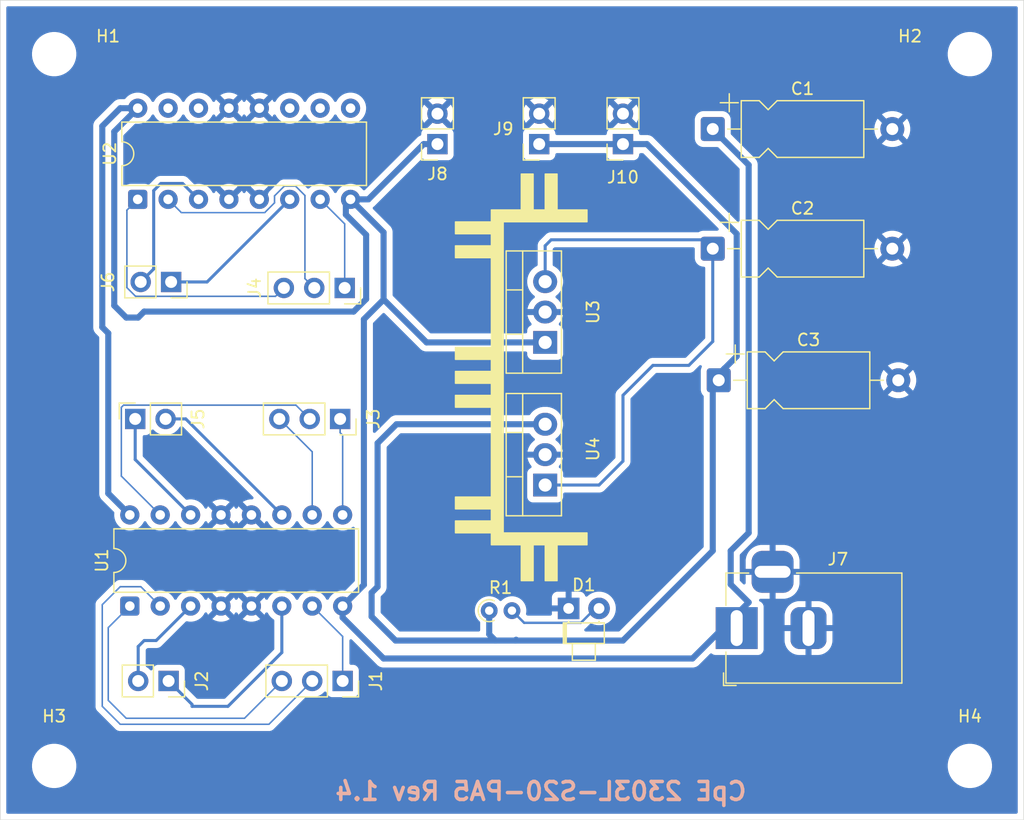
<source format=kicad_pcb>
(kicad_pcb (version 20241229) (generator "pcbnew") (generator_version "9.0")
  (title_block (title "Power Supply + Motor Driver with Track Widths + Heatsinks") (date "2025-07-29") (rev "4") (company "Arnold Joseph C. Najera Jr."))
  (layers (0 "F.Cu" signal) (2 "B.Cu" signal) (13 "F.Paste" user) (15 "B.Paste" user) (5 "F.SilkS" user "F.Silkscreen") (7 "B.SilkS" user "B.Silkscreen") (1 "F.Mask" user) (3 "B.Mask" user) (25 "Edge.Cuts" user))
  (net 0 "")
  (net 1 "/MotorDriver/+11.1V")
  (net 2 "GND")
  (net 3 "Net-(U3-VO)")
  (net 4 "/PowerSupply/5V")
  (net 5 "Net-(D1-A)")
  (net 6 "/MotorDriver/FDIRECTION1")
  (net 7 "/MotorDriver/PWM1")
  (net 8 "/MotorDriver/BDIRECTION1")
  (net 9 "/MotorDriver/MOTOR1B")
  (net 10 "/MotorDriver/MOTOR1A")
  (net 11 "/MotorDriver/PWM2")
  (net 12 "/MotorDriver/BDIRECTION2")
  (net 13 "/MotorDriver/FDIRECTION2")
  (net 14 "/MotorDriver/MOTOR2B")
  (net 15 "/MotorDriver/MOTOR2A")
  (net 16 "/MotorDriver/FDIRECTION3")
  (net 17 "/MotorDriver/PWM3")
  (net 18 "/MotorDriver/BDIRECTION3")
  (net 19 "/MotorDriver/MOTOR3B")
  (net 20 "/MotorDriver/MOTOR3A")
  (footprint "Connector_PinSocket_2.54mm:PinSocket_1x03_P2.54mm_Vertical" (layer "F.Cu") (at 127.25 90.525 -90)
    (property "Reference" "J4" (at 0 7.525 90) (layer "F.SilkS"))
    (property "Value" "Conn_01x03")
    (fp_line (start -1.33 6.41) (end 1.33 6.41) (stroke (width 0.12)) (layer "F.SilkS"))
    (fp_line (start -1.33 1.27) (end -1.33 6.41) (stroke (width 0.12)) (layer "F.SilkS"))
    (fp_line (start -1.33 1.27) (end 1.33 1.27) (stroke (width 0.12)) (layer "F.SilkS"))
    (fp_line (start 1.33 1.27) (end 1.33 6.41) (stroke (width 0.12)) (layer "F.SilkS"))
    (fp_line (start 0 -1.33) (end 1.33 -1.33) (stroke (width 0.12)) (layer "F.SilkS"))
    (fp_line (start 1.33 -1.33) (end 1.33 0) (stroke (width 0.12)) (layer "F.SilkS"))
    (pad "1" thru_hole rect (at 0 0 270) (size 1.7 1.7) (drill 1) (layers "*.Cu" "*.Mask") (net 18 "/MotorDriver/BDIRECTION3"))
    (pad "2" thru_hole circle (at 0 2.54 270) (size 1.7 1.7) (drill 1) (layers "*.Cu" "*.Mask") (net 16 "/MotorDriver/FDIRECTION3"))
    (pad "3" thru_hole circle (at 0 5.08 270) (size 1.7 1.7) (drill 1) (layers "*.Cu" "*.Mask") (net 17 "/MotorDriver/PWM3"))
  )
  (footprint "Package_TO_SOT_THT:TO-220-3_Vertical" (layer "F.Cu") (at 144 95.08 90)
    (property "Reference" "U3" (at 2.54 4 90) (layer "F.SilkS"))
    (property "Value" "LM7809_TO220")
    (fp_line (start 7.65 -3.26) (end 7.65 1.36) (stroke (width 0.12)) (layer "F.SilkS"))
    (fp_line (start 4.39 -3.26) (end 4.39 -1.88) (stroke (width 0.12)) (layer "F.SilkS"))
    (fp_line (start 0.69 -3.26) (end 0.69 -1.88) (stroke (width 0.12)) (layer "F.SilkS"))
    (fp_line (start -2.57 -3.26) (end 7.65 -3.26) (stroke (width 0.12)) (layer "F.SilkS"))
    (fp_line (start -2.57 -3.26) (end -2.57 1.36) (stroke (width 0.12)) (layer "F.SilkS"))
    (fp_line (start -2.57 -1.88) (end 7.65 -1.88) (stroke (width 0.12)) (layer "F.SilkS"))
    (fp_line (start -2.57 1.36) (end 7.65 1.36) (stroke (width 0.12)) (layer "F.SilkS"))
    (pad "1" thru_hole rect (at 0 0 90) (size 1.905 2) (drill 1.1) (layers "*.Cu" "*.Mask") (net 1 "/MotorDriver/+11.1V"))
    (pad "2" thru_hole oval (at 2.54 0 90) (size 1.905 2) (drill 1.1) (layers "*.Cu" "*.Mask") (net 2 "GND"))
    (pad "3" thru_hole oval (at 5.08 0 90) (size 1.905 2) (drill 1.1) (layers "*.Cu" "*.Mask") (net 3 "Net-(U3-VO)"))
  )
  (footprint "Connector_PinSocket_2.54mm:PinSocket_1x03_P2.54mm_Vertical" (layer "F.Cu") (at 126.87 101.475 -90)
    (property "Reference" "J3" (at 0 -2.77 90) (layer "F.SilkS"))
    (property "Value" "Conn_01x03")
    (fp_line (start -1.33 6.41) (end 1.33 6.41) (stroke (width 0.12)) (layer "F.SilkS"))
    (fp_line (start -1.33 1.27) (end -1.33 6.41) (stroke (width 0.12)) (layer "F.SilkS"))
    (fp_line (start -1.33 1.27) (end 1.33 1.27) (stroke (width 0.12)) (layer "F.SilkS"))
    (fp_line (start 1.33 1.27) (end 1.33 6.41) (stroke (width 0.12)) (layer "F.SilkS"))
    (fp_line (start 0 -1.33) (end 1.33 -1.33) (stroke (width 0.12)) (layer "F.SilkS"))
    (fp_line (start 1.33 -1.33) (end 1.33 0) (stroke (width 0.12)) (layer "F.SilkS"))
    (pad "1" thru_hole rect (at 0 0 270) (size 1.7 1.7) (drill 1) (layers "*.Cu" "*.Mask") (net 11 "/MotorDriver/PWM2"))
    (pad "2" thru_hole circle (at 0 2.54 270) (size 1.7 1.7) (drill 1) (layers "*.Cu" "*.Mask") (net 13 "/MotorDriver/FDIRECTION2"))
    (pad "3" thru_hole circle (at 0 5.08 270) (size 1.7 1.7) (drill 1) (layers "*.Cu" "*.Mask") (net 12 "/MotorDriver/BDIRECTION2"))
  )
  (footprint "Package_TO_SOT_THT:TO-220-3_Vertical" (layer "F.Cu") (at 144 107 90)
    (property "Reference" "U4" (at 3 4 90) (layer "F.SilkS"))
    (property "Value" "LM7805_TO220")
    (fp_line (start 7.65 -3.26) (end 7.65 1.36) (stroke (width 0.12)) (layer "F.SilkS"))
    (fp_line (start 4.39 -3.26) (end 4.39 -1.88) (stroke (width 0.12)) (layer "F.SilkS"))
    (fp_line (start 0.69 -3.26) (end 0.69 -1.88) (stroke (width 0.12)) (layer "F.SilkS"))
    (fp_line (start -2.57 -3.26) (end 7.65 -3.26) (stroke (width 0.12)) (layer "F.SilkS"))
    (fp_line (start -2.57 -3.26) (end -2.57 1.36) (stroke (width 0.12)) (layer "F.SilkS"))
    (fp_line (start -2.57 -1.88) (end 7.65 -1.88) (stroke (width 0.12)) (layer "F.SilkS"))
    (fp_line (start -2.57 1.36) (end 7.65 1.36) (stroke (width 0.12)) (layer "F.SilkS"))
    (pad "1" thru_hole rect (at 0 0 90) (size 1.905 2) (drill 1.1) (layers "*.Cu" "*.Mask") (net 3 "Net-(U3-VO)"))
    (pad "2" thru_hole oval (at 2.54 0 90) (size 1.905 2) (drill 1.1) (layers "*.Cu" "*.Mask") (net 2 "GND"))
    (pad "3" thru_hole oval (at 5.08 0 90) (size 1.905 2) (drill 1.1) (layers "*.Cu" "*.Mask") (net 4 "/PowerSupply/5V"))
  )
  (footprint "Package_DIP:DIP-16_W7.62mm" (layer "F.Cu") (at 109.3 117.12 90)
    (property "Reference" "U1" (at 3.81 -2.33 90) (layer "F.SilkS"))
    (property "Value" "L293D")
    (fp_line (start 6.46 -1.33) (end 4.81 -1.33) (stroke (width 0.12)) (layer "F.SilkS"))
    (fp_line (start 2.81 -1.33) (end 1.16 -1.33) (stroke (width 0.12)) (layer "F.SilkS"))
    (fp_line (start 1.16 -1.33) (end 1.16 19.11) (stroke (width 0.12)) (layer "F.SilkS"))
    (fp_line (start 6.46 19.11) (end 6.46 -1.33) (stroke (width 0.12)) (layer "F.SilkS"))
    (fp_line (start 1.16 19.11) (end 6.46 19.11) (stroke (width 0.12)) (layer "F.SilkS"))
    (fp_arc (start 4.81 -1.33) (mid 3.81 -0.33) (end 2.81 -1.33) (stroke (width 0.12)) (layer "F.SilkS"))
    (pad "1" thru_hole roundrect (at 0 0 90) (size 1.6 1.6) (drill 0.8) (layers "*.Cu" "*.Mask") (roundrect_rratio 0.15625) (net 7 "/MotorDriver/PWM1"))
    (pad "2" thru_hole circle (at 0 2.54 90) (size 1.6 1.6) (drill 0.8) (layers "*.Cu" "*.Mask") (net 6 "/MotorDriver/FDIRECTION1"))
    (pad "3" thru_hole circle (at 0 5.08 90) (size 1.6 1.6) (drill 0.8) (layers "*.Cu" "*.Mask") (net 10 "/MotorDriver/MOTOR1A"))
    (pad "4" thru_hole circle (at 0 7.62 90) (size 1.6 1.6) (drill 0.8) (layers "*.Cu" "*.Mask") (net 2 "GND"))
    (pad "5" thru_hole circle (at 0 10.16 90) (size 1.6 1.6) (drill 0.8) (layers "*.Cu" "*.Mask") (net 2 "GND"))
    (pad "6" thru_hole circle (at 0 12.7 90) (size 1.6 1.6) (drill 0.8) (layers "*.Cu" "*.Mask") (net 9 "/MotorDriver/MOTOR1B"))
    (pad "7" thru_hole circle (at 0 15.24 90) (size 1.6 1.6) (drill 0.8) (layers "*.Cu" "*.Mask") (net 8 "/MotorDriver/BDIRECTION1"))
    (pad "8" thru_hole circle (at 0 17.78 90) (size 1.6 1.6) (drill 0.8) (layers "*.Cu" "*.Mask") (net 1 "/MotorDriver/+11.1V"))
    (pad "9" thru_hole circle (at 7.62 17.78 90) (size 1.6 1.6) (drill 0.8) (layers "*.Cu" "*.Mask") (net 11 "/MotorDriver/PWM2"))
    (pad "10" thru_hole circle (at 7.62 15.24 90) (size 1.6 1.6) (drill 0.8) (layers "*.Cu" "*.Mask") (net 12 "/MotorDriver/BDIRECTION2"))
    (pad "11" thru_hole circle (at 7.62 12.7 90) (size 1.6 1.6) (drill 0.8) (layers "*.Cu" "*.Mask") (net 14 "/MotorDriver/MOTOR2B"))
    (pad "12" thru_hole circle (at 7.62 10.16 90) (size 1.6 1.6) (drill 0.8) (layers "*.Cu" "*.Mask") (net 2 "GND"))
    (pad "13" thru_hole circle (at 7.62 7.62 90) (size 1.6 1.6) (drill 0.8) (layers "*.Cu" "*.Mask") (net 2 "GND"))
    (pad "14" thru_hole circle (at 7.62 5.08 90) (size 1.6 1.6) (drill 0.8) (layers "*.Cu" "*.Mask") (net 15 "/MotorDriver/MOTOR2A"))
    (pad "15" thru_hole circle (at 7.62 2.54 90) (size 1.6 1.6) (drill 0.8) (layers "*.Cu" "*.Mask") (net 13 "/MotorDriver/FDIRECTION2"))
    (pad "16" thru_hole circle (at 7.62 0 90) (size 1.6 1.6) (drill 0.8) (layers "*.Cu" "*.Mask") (net 1 "/MotorDriver/+11.1V"))
  )
  (footprint "Connector_PinSocket_2.54mm:PinSocket_1x02_P2.54mm_Vertical" (layer "F.Cu") (at 112.54 123.38 -90)
    (property "Reference" "J2" (at 0 -2.77 90) (layer "F.SilkS"))
    (property "Value" "Conn_01x02")
    (fp_line (start -1.33 3.87) (end 1.33 3.87) (stroke (width 0.12)) (layer "F.SilkS"))
    (fp_line (start -1.33 1.27) (end -1.33 3.87) (stroke (width 0.12)) (layer "F.SilkS"))
    (fp_line (start -1.33 1.27) (end 1.33 1.27) (stroke (width 0.12)) (layer "F.SilkS"))
    (fp_line (start 1.33 1.27) (end 1.33 3.87) (stroke (width 0.12)) (layer "F.SilkS"))
    (fp_line (start 0 -1.33) (end 1.33 -1.33) (stroke (width 0.12)) (layer "F.SilkS"))
    (fp_line (start 1.33 -1.33) (end 1.33 0) (stroke (width 0.12)) (layer "F.SilkS"))
    (pad "1" thru_hole rect (at 0 0 270) (size 1.7 1.7) (drill 1) (layers "*.Cu" "*.Mask") (net 9 "/MotorDriver/MOTOR1B"))
    (pad "2" thru_hole circle (at 0 2.54 270) (size 1.7 1.7) (drill 1) (layers "*.Cu" "*.Mask") (net 10 "/MotorDriver/MOTOR1A"))
  )
  (footprint "MountingHole:MountingHole_3.2mm_M3" (layer "F.Cu") (at 102.98 70.98)
    (property "Reference" "H1" (at 4.5 -1.5 0) (layer "F.SilkS"))
    (property "Value" "MountingHole")
    (pad "" np_thru_hole circle (at 0 0) (size 3.2 3.2) (drill 3.2) (layers "*.Cu" "*.Mask"))
  )
  (footprint "Package_DIP:DIP-16_W7.62mm" (layer "F.Cu") (at 109.96 83.12 90)
    (property "Reference" "U2" (at 3.81 -2.33 90) (layer "F.SilkS"))
    (property "Value" "L293D")
    (fp_line (start 6.46 -1.33) (end 4.81 -1.33) (stroke (width 0.12)) (layer "F.SilkS"))
    (fp_line (start 2.81 -1.33) (end 1.16 -1.33) (stroke (width 0.12)) (layer "F.SilkS"))
    (fp_line (start 1.16 -1.33) (end 1.16 19.11) (stroke (width 0.12)) (layer "F.SilkS"))
    (fp_line (start 6.46 19.11) (end 6.46 -1.33) (stroke (width 0.12)) (layer "F.SilkS"))
    (fp_line (start 1.16 19.11) (end 6.46 19.11) (stroke (width 0.12)) (layer "F.SilkS"))
    (fp_arc (start 4.81 -1.33) (mid 3.81 -0.33) (end 2.81 -1.33) (stroke (width 0.12)) (layer "F.SilkS"))
    (pad "1" thru_hole roundrect (at 0 0 90) (size 1.6 1.6) (drill 0.8) (layers "*.Cu" "*.Mask") (roundrect_rratio 0.15625) (net 17 "/MotorDriver/PWM3"))
    (pad "2" thru_hole circle (at 0 2.54 90) (size 1.6 1.6) (drill 0.8) (layers "*.Cu" "*.Mask") (net 16 "/MotorDriver/FDIRECTION3"))
    (pad "3" thru_hole circle (at 0 5.08 90) (size 1.6 1.6) (drill 0.8) (layers "*.Cu" "*.Mask") (net 20 "/MotorDriver/MOTOR3A"))
    (pad "4" thru_hole circle (at 0 7.62 90) (size 1.6 1.6) (drill 0.8) (layers "*.Cu" "*.Mask") (net 2 "GND"))
    (pad "5" thru_hole circle (at 0 10.16 90) (size 1.6 1.6) (drill 0.8) (layers "*.Cu" "*.Mask") (net 2 "GND"))
    (pad "6" thru_hole circle (at 0 12.7 90) (size 1.6 1.6) (drill 0.8) (layers "*.Cu" "*.Mask") (net 19 "/MotorDriver/MOTOR3B"))
    (pad "7" thru_hole circle (at 0 15.24 90) (size 1.6 1.6) (drill 0.8) (layers "*.Cu" "*.Mask") (net 18 "/MotorDriver/BDIRECTION3"))
    (pad "8" thru_hole circle (at 0 17.78 90) (size 1.6 1.6) (drill 0.8) (layers "*.Cu" "*.Mask") (net 1 "/MotorDriver/+11.1V"))
    (pad "9" thru_hole circle (at 7.62 17.78 90) (size 1.6 1.6) (drill 0.8) (layers "*.Cu" "*.Mask"))
    (pad "10" thru_hole circle (at 7.62 15.24 90) (size 1.6 1.6) (drill 0.8) (layers "*.Cu" "*.Mask"))
    (pad "11" thru_hole circle (at 7.62 12.7 90) (size 1.6 1.6) (drill 0.8) (layers "*.Cu" "*.Mask"))
    (pad "12" thru_hole circle (at 7.62 10.16 90) (size 1.6 1.6) (drill 0.8) (layers "*.Cu" "*.Mask") (net 2 "GND"))
    (pad "13" thru_hole circle (at 7.62 7.62 90) (size 1.6 1.6) (drill 0.8) (layers "*.Cu" "*.Mask") (net 2 "GND"))
    (pad "14" thru_hole circle (at 7.62 5.08 90) (size 1.6 1.6) (drill 0.8) (layers "*.Cu" "*.Mask"))
    (pad "15" thru_hole circle (at 7.62 2.54 90) (size 1.6 1.6) (drill 0.8) (layers "*.Cu" "*.Mask"))
    (pad "16" thru_hole circle (at 7.62 0 90) (size 1.6 1.6) (drill 0.8) (layers "*.Cu" "*.Mask") (net 1 "/MotorDriver/+11.1V"))
  )
  (footprint "MountingHole:MountingHole_3.2mm_M3" (layer "F.Cu") (at 102.98 130.48)
    (property "Reference" "H3" (at 0 -4.15 0) (layer "F.SilkS"))
    (property "Value" "MountingHole")
    (pad "" np_thru_hole circle (at 0 0) (size 3.2 3.2) (drill 3.2) (layers "*.Cu" "*.Mask"))
  )
  (footprint "Connector_PinSocket_2.54mm:PinSocket_1x02_P2.54mm_Vertical" (layer "F.Cu") (at 109.75 101.475 90)
    (property "Reference" "J5" (at 0 5.25 90) (layer "F.SilkS"))
    (property "Value" "Conn_01x02")
    (fp_line (start 1.33 -1.33) (end 1.33 0) (stroke (width 0.12)) (layer "F.SilkS"))
    (fp_line (start 0 -1.33) (end 1.33 -1.33) (stroke (width 0.12)) (layer "F.SilkS"))
    (fp_line (start 1.33 1.27) (end 1.33 3.87) (stroke (width 0.12)) (layer "F.SilkS"))
    (fp_line (start -1.33 1.27) (end 1.33 1.27) (stroke (width 0.12)) (layer "F.SilkS"))
    (fp_line (start -1.33 1.27) (end -1.33 3.87) (stroke (width 0.12)) (layer "F.SilkS"))
    (fp_line (start -1.33 3.87) (end 1.33 3.87) (stroke (width 0.12)) (layer "F.SilkS"))
    (pad "1" thru_hole rect (at 0 0 90) (size 1.7 1.7) (drill 1) (layers "*.Cu" "*.Mask") (net 15 "/MotorDriver/MOTOR2A"))
    (pad "2" thru_hole circle (at 0 2.54 90) (size 1.7 1.7) (drill 1) (layers "*.Cu" "*.Mask") (net 14 "/MotorDriver/MOTOR2B"))
  )
  (footprint "Connector_BarrelJack:BarrelJack_Horizontal" (layer "F.Cu") (at 160 118.9575 180)
    (property "Reference" "J7" (at -8.45 5.75 0) (layer "F.SilkS"))
    (property "Value" "Barrel_Jack_Switch")
    (fp_line (start 1.1 -3.75) (end 1.1 -4.8) (stroke (width 0.12)) (layer "F.SilkS"))
    (fp_line (start 0.9 4.6) (end -1 4.6) (stroke (width 0.12)) (layer "F.SilkS"))
    (fp_line (start 0.9 1.9) (end 0.9 4.6) (stroke (width 0.12)) (layer "F.SilkS"))
    (fp_line (start 0.9 -4.6) (end 0.9 -2) (stroke (width 0.12)) (layer "F.SilkS"))
    (fp_line (start 0.05 -4.8) (end 1.1 -4.8) (stroke (width 0.12)) (layer "F.SilkS"))
    (fp_line (start -5 4.6) (end -13.8 4.6) (stroke (width 0.12)) (layer "F.SilkS"))
    (fp_line (start -13.8 4.6) (end -13.8 -4.6) (stroke (width 0.12)) (layer "F.SilkS"))
    (fp_line (start -13.8 -4.6) (end 0.9 -4.6) (stroke (width 0.12)) (layer "F.SilkS"))
    (pad "1" thru_hole rect (at 0 0 180) (size 3.5 3.5) (drill oval 1 3) (layers "*.Cu" "*.Mask") (net 1 "/MotorDriver/+11.1V"))
    (pad "2" thru_hole roundrect (at -6 0 180) (size 3 3.5) (drill oval 1 3) (layers "*.Cu" "*.Mask") (net 2 "GND"))
    (pad "3" thru_hole roundrect (at -3 4.7 180) (size 3.5 3.5) (drill oval 3 1) (layers "*.Cu" "*.Mask") (net 2 "GND"))
  )
  (footprint "Connector_PinSocket_2.54mm:PinSocket_1x02_P2.54mm_Vertical" (layer "F.Cu") (at 112.75 90.025 -90)
    (property "Reference" "J6" (at 0 5.275 90) (layer "F.SilkS"))
    (property "Value" "Conn_01x02")
    (fp_line (start -1.33 3.87) (end 1.33 3.87) (stroke (width 0.12)) (layer "F.SilkS"))
    (fp_line (start -1.33 1.27) (end -1.33 3.87) (stroke (width 0.12)) (layer "F.SilkS"))
    (fp_line (start -1.33 1.27) (end 1.33 1.27) (stroke (width 0.12)) (layer "F.SilkS"))
    (fp_line (start 1.33 1.27) (end 1.33 3.87) (stroke (width 0.12)) (layer "F.SilkS"))
    (fp_line (start 0 -1.33) (end 1.33 -1.33) (stroke (width 0.12)) (layer "F.SilkS"))
    (fp_line (start 1.33 -1.33) (end 1.33 0) (stroke (width 0.12)) (layer "F.SilkS"))
    (pad "1" thru_hole rect (at 0 0 270) (size 1.7 1.7) (drill 1) (layers "*.Cu" "*.Mask") (net 19 "/MotorDriver/MOTOR3B"))
    (pad "2" thru_hole circle (at 0 2.54 270) (size 1.7 1.7) (drill 1) (layers "*.Cu" "*.Mask") (net 20 "/MotorDriver/MOTOR3A"))
  )
  (footprint "LED_THT:LED_D1.8mm_W1.8mm_H2.4mm_Horizontal_O1.27mm_Z1.6mm" (layer "F.Cu") (at 145.96 117.315)
    (property "Reference" "D1" (at 1.27 -1.96 0) (layer "F.SilkS"))
    (property "Value" "LED")
    (fp_line (start -0.44 1.21) (end -0.44 2.93) (stroke (width 0.12)) (layer "F.SilkS"))
    (fp_line (start -0.44 2.93) (end 2.98 2.93) (stroke (width 0.12)) (layer "F.SilkS"))
    (fp_line (start -0.32 1.21) (end -0.32 2.93) (stroke (width 0.12)) (layer "F.SilkS"))
    (fp_line (start -0.2 1.21) (end -0.2 2.93) (stroke (width 0.12)) (layer "F.SilkS"))
    (fp_line (start 0 1.08) (end 0 1.08) (stroke (width 0.12)) (layer "F.SilkS"))
    (fp_line (start 0 1.08) (end 0 1.21) (stroke (width 0.12)) (layer "F.SilkS"))
    (fp_line (start 0 1.21) (end 0 1.08) (stroke (width 0.12)) (layer "F.SilkS"))
    (fp_line (start 0 1.21) (end 0 1.21) (stroke (width 0.12)) (layer "F.SilkS"))
    (fp_line (start 0.31 2.93) (end 0.31 4.33) (stroke (width 0.12)) (layer "F.SilkS"))
    (fp_line (start 0.31 4.33) (end 2.23 4.33) (stroke (width 0.12)) (layer "F.SilkS"))
    (fp_line (start 2.23 2.93) (end 0.31 2.93) (stroke (width 0.12)) (layer "F.SilkS"))
    (fp_line (start 2.23 4.33) (end 2.23 2.93) (stroke (width 0.12)) (layer "F.SilkS"))
    (fp_line (start 2.54 1.08) (end 2.54 1.08) (stroke (width 0.12)) (layer "F.SilkS"))
    (fp_line (start 2.54 1.08) (end 2.54 1.21) (stroke (width 0.12)) (layer "F.SilkS"))
    (fp_line (start 2.54 1.21) (end 2.54 1.08) (stroke (width 0.12)) (layer "F.SilkS"))
    (fp_line (start 2.54 1.21) (end 2.54 1.21) (stroke (width 0.12)) (layer "F.SilkS"))
    (fp_line (start 2.98 1.21) (end -0.44 1.21) (stroke (width 0.12)) (layer "F.SilkS"))
    (fp_line (start 2.98 2.93) (end 2.98 1.21) (stroke (width 0.12)) (layer "F.SilkS"))
    (pad "1" thru_hole rect (at 0 0) (size 1.8 1.8) (drill 0.9) (layers "*.Cu" "*.Mask") (net 2 "GND"))
    (pad "2" thru_hole circle (at 2.54 0) (size 1.8 1.8) (drill 0.9) (layers "*.Cu" "*.Mask") (net 5 "Net-(D1-A)"))
  )
  (footprint "Connector_PinSocket_2.54mm:PinSocket_1x02_P2.54mm_Vertical" (layer "F.Cu") (at 143.5 78.5 180)
    (property "Reference" "J9" (at 3 1.27 0) (layer "F.SilkS"))
    (property "Value" "Conn_01x02")
    (fp_line (start 1.33 1.27) (end 1.33 3.87) (stroke (width 0.12)) (layer "F.SilkS"))
    (fp_line (start 1.33 -1.33) (end 1.33 0) (stroke (width 0.12)) (layer "F.SilkS"))
    (fp_line (start 0 -1.33) (end 1.33 -1.33) (stroke (width 0.12)) (layer "F.SilkS"))
    (fp_line (start -1.33 3.87) (end 1.33 3.87) (stroke (width 0.12)) (layer "F.SilkS"))
    (fp_line (start -1.33 1.27) (end 1.33 1.27) (stroke (width 0.12)) (layer "F.SilkS"))
    (fp_line (start -1.33 1.27) (end -1.33 3.87) (stroke (width 0.12)) (layer "F.SilkS"))
    (pad "1" thru_hole rect (at 0 0 180) (size 1.7 1.7) (drill 1) (layers "*.Cu" "*.Mask") (net 4 "/PowerSupply/5V"))
    (pad "2" thru_hole circle (at 0 2.54 180) (size 1.7 1.7) (drill 1) (layers "*.Cu" "*.Mask") (net 2 "GND"))
  )
  (footprint "Resistor_THT:R_Axial_DIN0204_L3.6mm_D1.6mm_P1.90mm_Vertical" (layer "F.Cu") (at 139.325 117.5)
    (property "Reference" "R1" (at 0.95 -1.92 0) (layer "F.SilkS"))
    (property "Value" "180")
    (fp_arc (start 0.417133 0.82) (mid -0.92 0) (end 0.417133 -0.82) (stroke (width 0.12)) (layer "F.SilkS"))
    (pad "1" thru_hole circle (at 0 0) (size 1.4 1.4) (drill 0.7) (layers "*.Cu" "*.Mask") (net 4 "/PowerSupply/5V"))
    (pad "2" thru_hole circle (at 1.9 0) (size 1.4 1.4) (drill 0.7) (layers "*.Cu" "*.Mask") (net 5 "Net-(D1-A)"))
  )
  (footprint "MyLibrary:HEATSINKUS-V" (layer "F.Cu") (at 147.5 98 90)
    (property "Reference" "U5" (hide yes))
    (property "Value" "~" (hide yes))
    (fp_poly (pts (xy 14 0) (xy 13 0) (xy 13 -7) (xy -13 -7) (xy -13 0) (xy -14 0) (xy -14 -2.5) (xy -17 -2.5) (xy -17 -3.5) (xy -14 -3.5) (xy -14 -4.5) (xy -17 -4.5) (xy -17 -5.5) (xy -14 -5.5) (xy -14 -8) (xy -13 -8) (xy -13 -11) (xy -12 -11) (xy -12 -8) (xy -11 -8) (xy -11 -11) (xy -10 -11) (xy -10 -8) (xy -2.5 -8) (xy -2.5 -11) (xy -1.5 -11) (xy -1.5 -8) (xy -0.5 -8) (xy -0.5 -11) (xy 0.5 -11) (xy 0.5 -8) (xy 1.5 -8) (xy 1.5 -11) (xy 2.5 -11) (xy 2.5 -8) (xy 10 -8) (xy 10 -11) (xy 11 -11) (xy 11 -8) (xy 12 -8) (xy 12 -11) (xy 13 -11) (xy 13 -8) (xy 14 -8) (xy 14 -5.5) (xy 17 -5.5) (xy 17 -4.5) (xy 14 -4.5) (xy 14 -3.5) (xy 17 -3.5) (xy 17 -2.5) (xy 14 -2.5)) (stroke (width 0.1)) (fill yes) (layer "F.SilkS"))
  )
  (footprint "Capacitor_THT:CP_Axial_L10.0mm_D4.5mm_P15.00mm_Horizontal" (layer "F.Cu") (at 158 87.2425)
    (property "Reference" "C2" (at 7.5 -3.37 0) (layer "F.SilkS"))
    (property "Value" "0.1uF")
    (fp_line (start 0.63 -2.2) (end 2.13 -2.2) (stroke (width 0.12)) (layer "F.SilkS"))
    (fp_line (start 1.24 0) (end 2.38 0) (stroke (width 0.12)) (layer "F.SilkS"))
    (fp_line (start 1.38 -2.95) (end 1.38 -1.45) (stroke (width 0.12)) (layer "F.SilkS"))
    (fp_line (start 2.38 -2.37) (end 2.38 2.37) (stroke (width 0.12)) (layer "F.SilkS"))
    (fp_line (start 2.38 -2.37) (end 3.88 -2.37) (stroke (width 0.12)) (layer "F.SilkS"))
    (fp_line (start 2.38 2.37) (end 3.88 2.37) (stroke (width 0.12)) (layer "F.SilkS"))
    (fp_line (start 3.88 -2.37) (end 4.63 -1.62) (stroke (width 0.12)) (layer "F.SilkS"))
    (fp_line (start 3.88 2.37) (end 4.63 1.62) (stroke (width 0.12)) (layer "F.SilkS"))
    (fp_line (start 4.63 -1.62) (end 5.38 -2.37) (stroke (width 0.12)) (layer "F.SilkS"))
    (fp_line (start 4.63 1.62) (end 5.38 2.37) (stroke (width 0.12)) (layer "F.SilkS"))
    (fp_line (start 5.38 -2.37) (end 12.62 -2.37) (stroke (width 0.12)) (layer "F.SilkS"))
    (fp_line (start 5.38 2.37) (end 12.62 2.37) (stroke (width 0.12)) (layer "F.SilkS"))
    (fp_line (start 12.62 -2.37) (end 12.62 2.37) (stroke (width 0.12)) (layer "F.SilkS"))
    (fp_line (start 13.76 0) (end 12.62 0) (stroke (width 0.12)) (layer "F.SilkS"))
    (pad "1" thru_hole roundrect (at 0 0) (size 2 2) (drill 1) (layers "*.Cu" "*.Mask") (roundrect_rratio 0.125) (net 3 "Net-(U3-VO)"))
    (pad "2" thru_hole circle (at 15 0) (size 2 2) (drill 1) (layers "*.Cu" "*.Mask") (net 2 "GND"))
  )
  (footprint "Capacitor_THT:CP_Axial_L10.0mm_D4.5mm_P15.00mm_Horizontal" (layer "F.Cu") (at 158.5 98.2425)
    (property "Reference" "C3" (at 7.5 -3.37 0) (layer "F.SilkS"))
    (property "Value" "0.1uF")
    (fp_line (start 0.63 -2.2) (end 2.13 -2.2) (stroke (width 0.12)) (layer "F.SilkS"))
    (fp_line (start 1.24 0) (end 2.38 0) (stroke (width 0.12)) (layer "F.SilkS"))
    (fp_line (start 1.38 -2.95) (end 1.38 -1.45) (stroke (width 0.12)) (layer "F.SilkS"))
    (fp_line (start 2.38 -2.37) (end 2.38 2.37) (stroke (width 0.12)) (layer "F.SilkS"))
    (fp_line (start 2.38 -2.37) (end 3.88 -2.37) (stroke (width 0.12)) (layer "F.SilkS"))
    (fp_line (start 2.38 2.37) (end 3.88 2.37) (stroke (width 0.12)) (layer "F.SilkS"))
    (fp_line (start 3.88 -2.37) (end 4.63 -1.62) (stroke (width 0.12)) (layer "F.SilkS"))
    (fp_line (start 3.88 2.37) (end 4.63 1.62) (stroke (width 0.12)) (layer "F.SilkS"))
    (fp_line (start 4.63 -1.62) (end 5.38 -2.37) (stroke (width 0.12)) (layer "F.SilkS"))
    (fp_line (start 4.63 1.62) (end 5.38 2.37) (stroke (width 0.12)) (layer "F.SilkS"))
    (fp_line (start 5.38 -2.37) (end 12.62 -2.37) (stroke (width 0.12)) (layer "F.SilkS"))
    (fp_line (start 5.38 2.37) (end 12.62 2.37) (stroke (width 0.12)) (layer "F.SilkS"))
    (fp_line (start 12.62 -2.37) (end 12.62 2.37) (stroke (width 0.12)) (layer "F.SilkS"))
    (fp_line (start 13.76 0) (end 12.62 0) (stroke (width 0.12)) (layer "F.SilkS"))
    (pad "1" thru_hole roundrect (at 0 0) (size 2 2) (drill 1) (layers "*.Cu" "*.Mask") (roundrect_rratio 0.125) (net 4 "/PowerSupply/5V"))
    (pad "2" thru_hole circle (at 15 0) (size 2 2) (drill 1) (layers "*.Cu" "*.Mask") (net 2 "GND"))
  )
  (footprint "MountingHole:MountingHole_3.2mm_M3" (layer "F.Cu") (at 179.48 130.48)
    (property "Reference" "H4" (at 0 -4.15 0) (layer "F.SilkS"))
    (property "Value" "MountingHole")
    (pad "" np_thru_hole circle (at 0 0) (size 3.2 3.2) (drill 3.2) (layers "*.Cu" "*.Mask"))
  )
  (footprint "Connector_PinSocket_2.54mm:PinSocket_1x02_P2.54mm_Vertical" (layer "F.Cu") (at 150.5 78.5 180)
    (property "Reference" "J10" (at 0 -2.77 0) (layer "F.SilkS"))
    (property "Value" "Conn_01x02")
    (fp_line (start 1.33 1.27) (end 1.33 3.87) (stroke (width 0.12)) (layer "F.SilkS"))
    (fp_line (start 1.33 -1.33) (end 1.33 0) (stroke (width 0.12)) (layer "F.SilkS"))
    (fp_line (start 0 -1.33) (end 1.33 -1.33) (stroke (width 0.12)) (layer "F.SilkS"))
    (fp_line (start -1.33 3.87) (end 1.33 3.87) (stroke (width 0.12)) (layer "F.SilkS"))
    (fp_line (start -1.33 1.27) (end 1.33 1.27) (stroke (width 0.12)) (layer "F.SilkS"))
    (fp_line (start -1.33 1.27) (end -1.33 3.87) (stroke (width 0.12)) (layer "F.SilkS"))
    (pad "1" thru_hole rect (at 0 0 180) (size 1.7 1.7) (drill 1) (layers "*.Cu" "*.Mask") (net 4 "/PowerSupply/5V"))
    (pad "2" thru_hole circle (at 0 2.54 180) (size 1.7 1.7) (drill 1) (layers "*.Cu" "*.Mask") (net 2 "GND"))
  )
  (footprint "Capacitor_THT:CP_Axial_L10.0mm_D4.5mm_P15.00mm_Horizontal" (layer "F.Cu") (at 158 77.2425)
    (property "Reference" "C1" (at 7.5 -3.37 0) (layer "F.SilkS"))
    (property "Value" "470uF")
    (fp_line (start 0.63 -2.2) (end 2.13 -2.2) (stroke (width 0.12)) (layer "F.SilkS"))
    (fp_line (start 1.24 0) (end 2.38 0) (stroke (width 0.12)) (layer "F.SilkS"))
    (fp_line (start 1.38 -2.95) (end 1.38 -1.45) (stroke (width 0.12)) (layer "F.SilkS"))
    (fp_line (start 2.38 -2.37) (end 2.38 2.37) (stroke (width 0.12)) (layer "F.SilkS"))
    (fp_line (start 2.38 -2.37) (end 3.88 -2.37) (stroke (width 0.12)) (layer "F.SilkS"))
    (fp_line (start 2.38 2.37) (end 3.88 2.37) (stroke (width 0.12)) (layer "F.SilkS"))
    (fp_line (start 3.88 -2.37) (end 4.63 -1.62) (stroke (width 0.12)) (layer "F.SilkS"))
    (fp_line (start 3.88 2.37) (end 4.63 1.62) (stroke (width 0.12)) (layer "F.SilkS"))
    (fp_line (start 4.63 -1.62) (end 5.38 -2.37) (stroke (width 0.12)) (layer "F.SilkS"))
    (fp_line (start 4.63 1.62) (end 5.38 2.37) (stroke (width 0.12)) (layer "F.SilkS"))
    (fp_line (start 5.38 -2.37) (end 12.62 -2.37) (stroke (width 0.12)) (layer "F.SilkS"))
    (fp_line (start 5.38 2.37) (end 12.62 2.37) (stroke (width 0.12)) (layer "F.SilkS"))
    (fp_line (start 12.62 -2.37) (end 12.62 2.37) (stroke (width 0.12)) (layer "F.SilkS"))
    (fp_line (start 13.76 0) (end 12.62 0) (stroke (width 0.12)) (layer "F.SilkS"))
    (pad "1" thru_hole roundrect (at 0 0) (size 2 2) (drill 1) (layers "*.Cu" "*.Mask") (roundrect_rratio 0.125) (net 1 "/MotorDriver/+11.1V"))
    (pad "2" thru_hole circle (at 15 0) (size 2 2) (drill 1) (layers "*.Cu" "*.Mask") (net 2 "GND"))
  )
  (footprint "Connector_PinSocket_2.54mm:PinSocket_1x02_P2.54mm_Vertical" (layer "F.Cu") (at 135 78.5 180)
    (property "Reference" "J8" (at 0 -2.5 0) (layer "F.SilkS"))
    (property "Value" "Conn_01x02")
    (fp_line (start 1.33 1.27) (end 1.33 3.87) (stroke (width 0.12)) (layer "F.SilkS"))
    (fp_line (start 1.33 -1.33) (end 1.33 0) (stroke (width 0.12)) (layer "F.SilkS"))
    (fp_line (start 0 -1.33) (end 1.33 -1.33) (stroke (width 0.12)) (layer "F.SilkS"))
    (fp_line (start -1.33 3.87) (end 1.33 3.87) (stroke (width 0.12)) (layer "F.SilkS"))
    (fp_line (start -1.33 1.27) (end 1.33 1.27) (stroke (width 0.12)) (layer "F.SilkS"))
    (fp_line (start -1.33 1.27) (end -1.33 3.87) (stroke (width 0.12)) (layer "F.SilkS"))
    (pad "1" thru_hole rect (at 0 0 180) (size 1.7 1.7) (drill 1) (layers "*.Cu" "*.Mask") (net 1 "/MotorDriver/+11.1V"))
    (pad "2" thru_hole circle (at 0 2.54 180) (size 1.7 1.7) (drill 1) (layers "*.Cu" "*.Mask") (net 2 "GND"))
  )
  (footprint "Connector_PinSocket_2.54mm:PinSocket_1x03_P2.54mm_Vertical" (layer "F.Cu") (at 127.08 123.38 -90)
    (property "Reference" "J1" (at 0 -2.77 90) (layer "F.SilkS"))
    (property "Value" "Conn_01x03")
    (fp_line (start -1.33 6.41) (end 1.33 6.41) (stroke (width 0.12)) (layer "F.SilkS"))
    (fp_line (start -1.33 1.27) (end -1.33 6.41) (stroke (width 0.12)) (layer "F.SilkS"))
    (fp_line (start -1.33 1.27) (end 1.33 1.27) (stroke (width 0.12)) (layer "F.SilkS"))
    (fp_line (start 1.33 1.27) (end 1.33 6.41) (stroke (width 0.12)) (layer "F.SilkS"))
    (fp_line (start 0 -1.33) (end 1.33 -1.33) (stroke (width 0.12)) (layer "F.SilkS"))
    (fp_line (start 1.33 -1.33) (end 1.33 0) (stroke (width 0.12)) (layer "F.SilkS"))
    (pad "1" thru_hole rect (at 0 0 270) (size 1.7 1.7) (drill 1) (layers "*.Cu" "*.Mask") (net 8 "/MotorDriver/BDIRECTION1"))
    (pad "2" thru_hole circle (at 0 2.54 270) (size 1.7 1.7) (drill 1) (layers "*.Cu" "*.Mask") (net 6 "/MotorDriver/FDIRECTION1"))
    (pad "3" thru_hole circle (at 0 5.08 270) (size 1.7 1.7) (drill 1) (layers "*.Cu" "*.Mask") (net 7 "/MotorDriver/PWM1"))
  )
  (footprint "MountingHole:MountingHole_3.2mm_M3" (layer "F.Cu") (at 179.48 70.98)
    (property "Reference" "H2" (at -5 -1.5 0) (layer "F.SilkS"))
    (property "Value" "MountingHole")
    (pad "" np_thru_hole circle (at 0 0) (size 3.2 3.2) (drill 3.2) (layers "*.Cu" "*.Mask"))
  )
  (gr_rect (start 98.48 66.48) (end 183.98 134.98) (stroke (width 0.05)) (fill no) (layer "Edge.Cuts"))
  (gr_text "CpE 2303L-S20-PA5 Rev 1.4\n" (at 160.98 133.48 0) (layer "B.SilkS") (effects (font (size 1.5 1.5) (thickness 0.3) (bold yes)) (justify left bottom mirror)))
  (segment (start 108 77.46) (end 109.96 75.5) (width 0.508) (layer "B.Cu") (net 1))
  (segment (start 133.848 78.5) (end 129.228 83.12) (width 0.508) (layer "B.Cu") (net 1))
  (segment (start 107.5 107.7) (end 107.5 94.308) (width 0.508) (layer "B.Cu") (net 1))
  (segment (start 130.5 121.5) (end 127.08 118.08) (width 0.508) (layer "B.Cu") (net 1))
  (segment (start 161 111) (end 159.5 112.5) (width 0.508) (layer "B.Cu") (net 1))
  (segment (start 110 93) (end 109 93) (width 0.508) (layer "B.Cu") (net 1))
  (segment (start 129.228 83.12) (end 127.74 83.12) (width 0.508) (layer "B.Cu") (net 1))
  (segment (start 134.424 78.5) (end 133.848 78.5) (width 0.508) (layer "B.Cu") (net 1))
  (segment (start 127.08 117.12) (end 128.855 115.345) (width 0.508) (layer "B.Cu") (net 1))
  (segment (start 109 93) (end 108 92) (width 0.508) (layer "B.Cu") (net 1))
  (segment (start 130.5 91.5) (end 130.5 91.4875) (width 0.508) (layer "B.Cu") (net 1))
  (segment (start 159.5 115.309) (end 161 116.809) (width 0.508) (layer "B.Cu") (net 1))
  (segment (start 159.75 118.059) (end 159.75 118.708) (width 0.508) (layer "B.Cu") (net 1))
  (segment (start 130.5 91.4875) (end 130.5 85.88) (width 0.508) (layer "B.Cu") (net 1))
  (segment (start 128.855 93.1446) (end 130.5 91.5) (width 0.508) (layer "B.Cu") (net 1))
  (segment (start 161 80.2425) (end 161 111) (width 0.508) (layer "B.Cu") (net 1))
  (segment (start 159.75 118.708) (end 160 118.958) (width 0.508) (layer "B.Cu") (net 1))
  (segment (start 129.043 91.457) (end 128 92.5) (width 0.508) (layer "B.Cu") (net 1))
  (segment (start 159.75 118.059) (end 156.309 121.5) (width 0.508) (layer "B.Cu") (net 1))
  (segment (start 127.349 83.5109) (end 127.349 84.3954) (width 0.508) (layer "B.Cu") (net 1))
  (segment (start 129.043 86.0892) (end 129.043 91.457) (width 0.508) (layer "B.Cu") (net 1))
  (segment (start 160 118.9575) (end 160 118.958) (width 0.508) (layer "B.Cu") (net 1))
  (segment (start 108 92) (end 108 77.46) (width 0.508) (layer "B.Cu") (net 1))
  (segment (start 161 116.809) (end 159.75 118.059) (width 0.508) (layer "B.Cu") (net 1))
  (segment (start 134.0925 95.08) (end 130.5 91.4875) (width 0.508) (layer "B.Cu") (net 1))
  (segment (start 107 93.808) (end 107 77) (width 0.508) (layer "B.Cu") (net 1))
  (segment (start 144 95.08) (end 134.0925 95.08) (width 0.508) (layer "B.Cu") (net 1))
  (segment (start 108.5 75.5) (end 109.96 75.5) (width 0.508) (layer "B.Cu") (net 1))
  (segment (start 128.855 115.345) (end 128.855 93.1446) (width 0.508) (layer "B.Cu") (net 1))
  (segment (start 158 77.2425) (end 161 80.2425) (width 0.508) (layer "B.Cu") (net 1))
  (segment (start 110.5 92.5) (end 110 93) (width 0.508) (layer "B.Cu") (net 1))
  (segment (start 107 77) (end 108.5 75.5) (width 0.508) (layer "B.Cu") (net 1))
  (segment (start 107.5 94.308) (end 107 93.808) (width 0.508) (layer "B.Cu") (net 1))
  (segment (start 135 78.5) (end 134.424 79.0758) (width 0.508) (layer "B.Cu") (net 1))
  (segment (start 159.5 112.5) (end 159.5 115.309) (width 0.508) (layer "B.Cu") (net 1))
  (segment (start 156.309 121.5) (end 130.5 121.5) (width 0.508) (layer "B.Cu") (net 1))
  (segment (start 127.349 84.3954) (end 129.043 86.0892) (width 0.508) (layer "B.Cu") (net 1))
  (segment (start 109.3 109.5) (end 107.5 107.7) (width 0.508) (layer "B.Cu") (net 1))
  (segment (start 127.08 118.08) (end 127.08 117.12) (width 0.508) (layer "B.Cu") (net 1))
  (segment (start 130.5 85.88) (end 127.74 83.12) (width 0.508) (layer "B.Cu") (net 1))
  (segment (start 135 78.5) (end 134.424 78.5) (width 0.508) (layer "B.Cu") (net 1))
  (segment (start 128 92.5) (end 110.5 92.5) (width 0.508) (layer "B.Cu") (net 1))
  (segment (start 127.74 83.12) (end 127.349 83.5109) (width 0.508) (layer "B.Cu") (net 1))
  (segment (start 153 97) (end 156 97) (width 0.254) (layer "B.Cu") (net 3))
  (segment (start 150.5 105) (end 150.5 99.5) (width 0.254) (layer "B.Cu") (net 3))
  (segment (start 156 97) (end 158 95) (width 0.254) (layer "B.Cu") (net 3))
  (segment (start 157.2575 86.5) (end 158 87.2425) (width 0.254) (layer "B.Cu") (net 3))
  (segment (start 158 95) (end 158 87.2425) (width 0.254) (layer "B.Cu") (net 3))
  (segment (start 144.5 86.5) (end 157.2575 86.5) (width 0.254) (layer "B.Cu") (net 3))
  (segment (start 144 107) (end 148.5 107) (width 0.254) (layer "B.Cu") (net 3))
  (segment (start 148.5 107) (end 150.5 105) (width 0.254) (layer "B.Cu") (net 3))
  (segment (start 144 90) (end 144 87) (width 0.254) (layer "B.Cu") (net 3))
  (segment (start 150.5 99.5) (end 153 97) (width 0.254) (layer "B.Cu") (net 3))
  (segment (start 144 87) (end 144.5 86.5) (width 0.254) (layer "B.Cu") (net 3))
  (segment (start 150.5 78.5) (end 143.5 78.5) (width 0.508) (layer "B.Cu") (net 4))
  (segment (start 129.5 116) (end 129.5 118) (width 0.508) (layer "B.Cu") (net 4))
  (segment (start 150.5 120) (end 158 112.5) (width 0.508) (layer "B.Cu") (net 4))
  (segment (start 139.325 117.5) (end 139.325 119.4825) (width 0.508) (layer "B.Cu") (net 4))
  (segment (start 160 96.2425) (end 160 86) (width 0.508) (layer "B.Cu") (net 4))
  (segment (start 159 97.2425) (end 158.5 97.7425) (width 0.508) (layer "B.Cu") (net 4))
  (segment (start 158 112.5) (end 158 98.2425) (width 0.508) (layer "B.Cu") (net 4))
  (segment (start 141.5 120) (end 141.57 119.93) (width 0.508) (layer "B.Cu") (net 4))
  (segment (start 159 97.2425) (end 160 96.2425) (width 0.508) (layer "B.Cu") (net 4))
  (segment (start 129.5 118) (end 131.5 120) (width 0.508) (layer "B.Cu") (net 4))
  (segment (start 131.58 101.92) (end 130 103.5) (width 0.508) (layer "B.Cu") (net 4))
  (segment (start 158 98.2425) (end 159 97.2425) (width 0.508) (layer "B.Cu") (net 4))
  (segment (start 130 115.5) (end 129.5 116) (width 0.508) (layer "B.Cu") (net 4))
  (segment (start 144 101.92) (end 131.58 101.92) (width 0.508) (layer "B.Cu") (net 4))
  (segment (start 152.5 78.5) (end 150.5 78.5) (width 0.508) (layer "B.Cu") (net 4))
  (segment (start 158.5 97.7425) (end 158.5 98.2425) (width 0.508) (layer "B.Cu") (net 4))
  (segment (start 139.325 119.4825) (end 139.8425 120) (width 0.508) (layer "B.Cu") (net 4))
  (segment (start 130 103.5) (end 130 115.5) (width 0.508) (layer "B.Cu") (net 4))
  (segment (start 141.57 120) (end 150.5 120) (width 0.508) (layer "B.Cu") (net 4))
  (segment (start 160 86) (end 152.5 78.5) (width 0.508) (layer "B.Cu") (net 4))
  (segment (start 131.5 120) (end 141.5 120) (width 0.508) (layer "B.Cu") (net 4))
  (segment (start 148.187 117.315) (end 146.985 118.517) (width 0.2) (layer "B.Cu") (net 5))
  (segment (start 146.985 118.517) (end 142.242 118.517) (width 0.2) (layer "B.Cu") (net 5))
  (segment (start 142.242 118.517) (end 141.225 117.5) (width 0.2) (layer "B.Cu") (net 5))
  (segment (start 148.5 117.315) (end 148.187 117.315) (width 0.2) (layer "B.Cu") (net 5))
  (segment (start 108.5 115.5) (end 107 117) (width 0.127) (layer "B.Cu") (net 6))
  (segment (start 120.92 127) (end 124.54 123.38) (width 0.127) (layer "B.Cu") (net 6))
  (segment (start 107 125.5) (end 108.5 127) (width 0.127) (layer "B.Cu") (net 6))
  (segment (start 108.5 127) (end 120.92 127) (width 0.127) (layer "B.Cu") (net 6))
  (segment (start 110.22 115.5) (end 108.5 115.5) (width 0.127) (layer "B.Cu") (net 6))
  (segment (start 111.84 117.12) (end 110.22 115.5) (width 0.127) (layer "B.Cu") (net 6))
  (segment (start 107 117) (end 107 125.5) (width 0.127) (layer "B.Cu") (net 6))
  (segment (start 107.5 118.92) (end 107.5 125) (width 0.127) (layer "B.Cu") (net 7))
  (segment (start 109.3 117.12) (end 107.5 118.92) (width 0.127) (layer "B.Cu") (net 7))
  (segment (start 107.5 125) (end 109 126.5) (width 0.127) (layer "B.Cu") (net 7))
  (segment (start 118.88 126.5) (end 122 123.38) (width 0.127) (layer "B.Cu") (net 7))
  (segment (start 109 126.5) (end 118.88 126.5) (width 0.127) (layer "B.Cu") (net 7))
  (segment (start 127.08 123.38) (end 127.08 119.66) (width 0.127) (layer "B.Cu") (net 8))
  (segment (start 127.08 119.66) (end 124.54 117.12) (width 0.127) (layer "B.Cu") (net 8))
  (segment (start 122 117.12) (end 122 121) (width 0.254) (layer "B.Cu") (net 9))
  (segment (start 114.5 125.34) (end 112.54 123.38) (width 0.254) (layer "B.Cu") (net 9))
  (segment (start 122 121) (end 117.5 125.5) (width 0.254) (layer "B.Cu") (net 9))
  (segment (start 117.5 125.5) (end 114.5 125.5) (width 0.254) (layer "B.Cu") (net 9))
  (segment (start 114.5 125.5) (end 114.5 125.34) (width 0.254) (layer "B.Cu") (net 9))
  (segment (start 111.5 120) (end 114.38 117.12) (width 0.254) (layer "B.Cu") (net 10))
  (segment (start 110 123.38) (end 110 120.5) (width 0.254) (layer "B.Cu") (net 10))
  (segment (start 110.5 120) (end 111.5 120) (width 0.254) (layer "B.Cu") (net 10))
  (segment (start 110 120.5) (end 110.5 120) (width 0.254) (layer "B.Cu") (net 10))
  (segment (start 127.08 102.8367) (end 127.08 109.5) (width 0.127) (layer "B.Cu") (net 11))
  (segment (start 126.87 101.475) (end 126.87 102.6267) (width 0.127) (layer "B.Cu") (net 11))
  (segment (start 126.87 102.6267) (end 127.08 102.8367) (width 0.127) (layer "B.Cu") (net 11))
  (segment (start 121.79 101.475) (end 124.54 104.225) (width 0.127) (layer "B.Cu") (net 12))
  (segment (start 124.54 104.225) (end 124.54 109.5) (width 0.127) (layer "B.Cu") (net 12))
  (segment (start 108.593 106.253) (end 108.593 100.5053) (width 0.127) (layer "B.Cu") (net 13))
  (segment (start 108.593 100.5053) (end 108.776 100.3228) (width 0.127) (layer "B.Cu") (net 13))
  (segment (start 111.84 109.5) (end 108.593 106.253) (width 0.127) (layer "B.Cu") (net 13))
  (segment (start 108.776 100.3228) (end 123.178 100.3228) (width 0.127) (layer "B.Cu") (net 13))
  (segment (start 123.178 100.3228) (end 124.33 101.475) (width 0.127) (layer "B.Cu") (net 13))
  (segment (start 122 109.5) (end 113.975 101.475) (width 0.254) (layer "B.Cu") (net 14))
  (segment (start 113.975 101.475) (end 112.29 101.475) (width 0.254) (layer "B.Cu") (net 14))
  (segment (start 114.38 109.5) (end 109.75 104.87) (width 0.254) (layer "B.Cu") (net 15))
  (segment (start 109.75 104.87) (end 109.75 101.475) (width 0.254) (layer "B.Cu") (net 15))
  (segment (start 113.608 84.2281) (end 120.57 84.2281) (width 0.127) (layer "B.Cu") (net 16))
  (segment (start 120.57 84.2281) (end 121.39 83.4081) (width 0.127) (layer "B.Cu") (net 16))
  (segment (start 123.93 89.745) (end 124.71 90.525) (width 0.127) (layer "B.Cu") (net 16))
  (segment (start 121.39 82.8296) (end 122.202 82.0177) (width 0.127) (layer "B.Cu") (net 16))
  (segment (start 121.39 83.4081) (end 121.39 82.8296) (width 0.127) (layer "B.Cu") (net 16))
  (segment (start 122.202 82.0177) (end 123.151 82.0177) (width 0.127) (layer "B.Cu") (net 16))
  (segment (start 123.151 82.0177) (end 123.93 82.7964) (width 0.127) (layer "B.Cu") (net 16))
  (segment (start 112.5 83.12) (end 113.608 84.2281) (width 0.127) (layer "B.Cu") (net 16))
  (segment (start 123.93 82.7964) (end 123.93 89.745) (width 0.127) (layer "B.Cu") (net 16))
  (segment (start 109.96 83.12) (end 109.057 84.0229) (width 0.127) (layer "B.Cu") (net 17))
  (segment (start 109.057 90.5009) (end 109.781 91.2249) (width 0.127) (layer "B.Cu") (net 17))
  (segment (start 109.057 84.0229) (end 109.057 90.5009) (width 0.127) (layer "B.Cu") (net 17))
  (segment (start 109.781 91.2249) (end 121.47 91.2249) (width 0.127) (layer "B.Cu") (net 17))
  (segment (start 121.47 91.2249) (end 122.17 90.525) (width 0.127) (layer "B.Cu") (net 17))
  (segment (start 127.25 85.17) (end 127.25 90.525) (width 0.127) (layer "B.Cu") (net 18))
  (segment (start 125.2 83.12) (end 127.25 85.17) (width 0.127) (layer "B.Cu") (net 18))
  (segment (start 115.755 90.025) (end 112.75 90.025) (width 0.254) (layer "B.Cu") (net 19))
  (segment (start 122.66 83.12) (end 115.755 90.025) (width 0.254) (layer "B.Cu") (net 19))
  (segment (start 115.04 83.12) (end 113.706 81.786) (width 0.254) (layer "B.Cu") (net 20))
  (segment (start 113.706 81.786) (end 111.899 81.786) (width 0.254) (layer "B.Cu") (net 20))
  (segment (start 111.294 82.3906) (end 111.294 88.941) (width 0.254) (layer "B.Cu") (net 20))
  (segment (start 111.899 81.786) (end 111.294 82.3906) (width 0.254) (layer "B.Cu") (net 20))
  (segment (start 111.294 88.941) (end 110.21 90.025) (width 0.254) (layer "B.Cu") (net 20))
  (zone (net 2) (net_name "GND") (layer "B.Cu") (connect_pads (clearance 0.5)) (min_thickness 0.25) (fill yes (thermal_gap 0.5) (thermal_bridge_width 0.5))
    (polygon (pts (xy 98.48 66.48) (xy 183.98 66.48) (xy 183.98 134.98) (xy 98.48 134.98)))
  )
)
</source>
